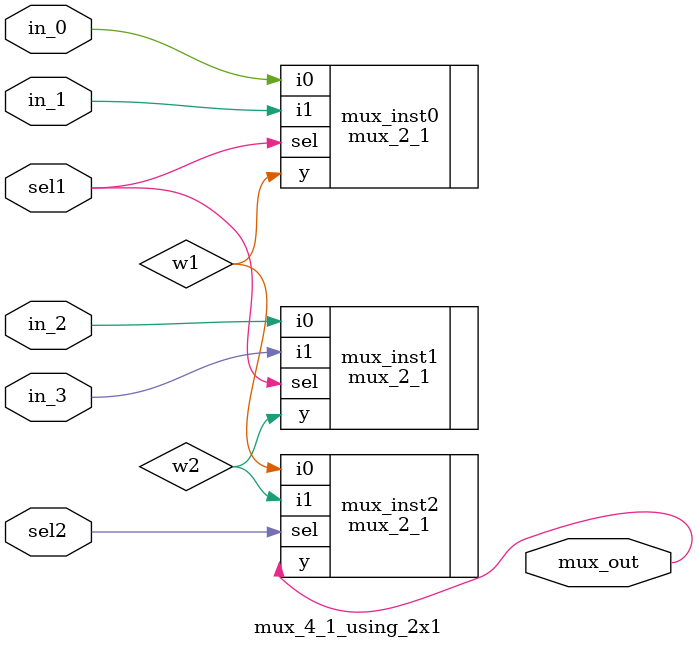
<source format=v>
`timescale 1ns / 1ps

module mux_4_1_using_2x1(mux_out,sel1,sel2,in_0,in_1,in_2,in_3);
    input sel1,sel2,in_0,in_1,in_2,in_3;
    output mux_out;
    wire w1,w2;
      mux_2_1 mux_inst0 (.i0(in_0), .i1(in_1), .sel(sel1), .y(w1));
      mux_2_1 mux_inst1 (.i0(in_2), .i1(in_3), .sel(sel1), .y(w2));
      mux_2_1 mux_inst2 (.i0(w1), .i1(w2), .sel(sel2), .y(mux_out));
endmodule
</source>
